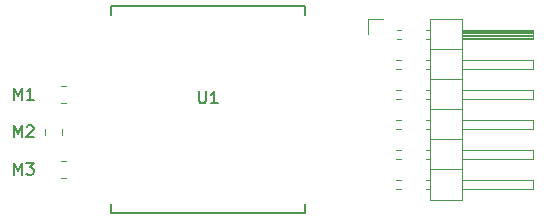
<source format=gbr>
%TF.GenerationSoftware,KiCad,Pcbnew,7.0.10*%
%TF.CreationDate,2024-01-17T20:15:58+01:00*%
%TF.ProjectId,RA01_868,52413031-5f38-4363-982e-6b696361645f,rev?*%
%TF.SameCoordinates,Original*%
%TF.FileFunction,Legend,Top*%
%TF.FilePolarity,Positive*%
%FSLAX46Y46*%
G04 Gerber Fmt 4.6, Leading zero omitted, Abs format (unit mm)*
G04 Created by KiCad (PCBNEW 7.0.10) date 2024-01-17 20:15:58*
%MOMM*%
%LPD*%
G01*
G04 APERTURE LIST*
%ADD10C,0.150000*%
%ADD11C,0.120000*%
G04 APERTURE END LIST*
D10*
X134238095Y-47999819D02*
X134238095Y-48809342D01*
X134238095Y-48809342D02*
X134285714Y-48904580D01*
X134285714Y-48904580D02*
X134333333Y-48952200D01*
X134333333Y-48952200D02*
X134428571Y-48999819D01*
X134428571Y-48999819D02*
X134619047Y-48999819D01*
X134619047Y-48999819D02*
X134714285Y-48952200D01*
X134714285Y-48952200D02*
X134761904Y-48904580D01*
X134761904Y-48904580D02*
X134809523Y-48809342D01*
X134809523Y-48809342D02*
X134809523Y-47999819D01*
X135809523Y-48999819D02*
X135238095Y-48999819D01*
X135523809Y-48999819D02*
X135523809Y-47999819D01*
X135523809Y-47999819D02*
X135428571Y-48142676D01*
X135428571Y-48142676D02*
X135333333Y-48237914D01*
X135333333Y-48237914D02*
X135238095Y-48285533D01*
X118570476Y-55064819D02*
X118570476Y-54064819D01*
X118570476Y-54064819D02*
X118903809Y-54779104D01*
X118903809Y-54779104D02*
X119237142Y-54064819D01*
X119237142Y-54064819D02*
X119237142Y-55064819D01*
X119618095Y-54064819D02*
X120237142Y-54064819D01*
X120237142Y-54064819D02*
X119903809Y-54445771D01*
X119903809Y-54445771D02*
X120046666Y-54445771D01*
X120046666Y-54445771D02*
X120141904Y-54493390D01*
X120141904Y-54493390D02*
X120189523Y-54541009D01*
X120189523Y-54541009D02*
X120237142Y-54636247D01*
X120237142Y-54636247D02*
X120237142Y-54874342D01*
X120237142Y-54874342D02*
X120189523Y-54969580D01*
X120189523Y-54969580D02*
X120141904Y-55017200D01*
X120141904Y-55017200D02*
X120046666Y-55064819D01*
X120046666Y-55064819D02*
X119760952Y-55064819D01*
X119760952Y-55064819D02*
X119665714Y-55017200D01*
X119665714Y-55017200D02*
X119618095Y-54969580D01*
X118570476Y-48714819D02*
X118570476Y-47714819D01*
X118570476Y-47714819D02*
X118903809Y-48429104D01*
X118903809Y-48429104D02*
X119237142Y-47714819D01*
X119237142Y-47714819D02*
X119237142Y-48714819D01*
X120237142Y-48714819D02*
X119665714Y-48714819D01*
X119951428Y-48714819D02*
X119951428Y-47714819D01*
X119951428Y-47714819D02*
X119856190Y-47857676D01*
X119856190Y-47857676D02*
X119760952Y-47952914D01*
X119760952Y-47952914D02*
X119665714Y-48000533D01*
X118570476Y-51889819D02*
X118570476Y-50889819D01*
X118570476Y-50889819D02*
X118903809Y-51604104D01*
X118903809Y-51604104D02*
X119237142Y-50889819D01*
X119237142Y-50889819D02*
X119237142Y-51889819D01*
X119665714Y-50985057D02*
X119713333Y-50937438D01*
X119713333Y-50937438D02*
X119808571Y-50889819D01*
X119808571Y-50889819D02*
X120046666Y-50889819D01*
X120046666Y-50889819D02*
X120141904Y-50937438D01*
X120141904Y-50937438D02*
X120189523Y-50985057D01*
X120189523Y-50985057D02*
X120237142Y-51080295D01*
X120237142Y-51080295D02*
X120237142Y-51175533D01*
X120237142Y-51175533D02*
X120189523Y-51318390D01*
X120189523Y-51318390D02*
X119618095Y-51889819D01*
X119618095Y-51889819D02*
X120237142Y-51889819D01*
%TO.C,U1*%
X126750000Y-41545000D02*
X126750000Y-40795000D01*
X143250000Y-58295000D02*
X143250000Y-57545000D01*
X126750000Y-57545000D02*
X126750000Y-58295000D01*
X126750000Y-58295000D02*
X143250000Y-58295000D01*
X143250000Y-40795000D02*
X143250000Y-41545000D01*
X126750000Y-40795000D02*
X143250000Y-40795000D01*
D11*
%TO.C,J1*%
X148590000Y-41910000D02*
X149860000Y-41910000D01*
X148590000Y-43180000D02*
X148590000Y-41910000D01*
X150902929Y-45340000D02*
X151357071Y-45340000D01*
X150902929Y-46100000D02*
X151357071Y-46100000D01*
X150902929Y-47880000D02*
X151357071Y-47880000D01*
X150902929Y-48640000D02*
X151357071Y-48640000D01*
X150902929Y-50420000D02*
X151357071Y-50420000D01*
X150902929Y-51180000D02*
X151357071Y-51180000D01*
X150902929Y-52960000D02*
X151357071Y-52960000D01*
X150902929Y-53720000D02*
X151357071Y-53720000D01*
X150902929Y-55500000D02*
X151357071Y-55500000D01*
X150902929Y-56260000D02*
X151357071Y-56260000D01*
X150970000Y-42800000D02*
X151357071Y-42800000D01*
X150970000Y-43560000D02*
X151357071Y-43560000D01*
X153442929Y-42800000D02*
X153840000Y-42800000D01*
X153442929Y-43560000D02*
X153840000Y-43560000D01*
X153442929Y-45340000D02*
X153840000Y-45340000D01*
X153442929Y-46100000D02*
X153840000Y-46100000D01*
X153442929Y-47880000D02*
X153840000Y-47880000D01*
X153442929Y-48640000D02*
X153840000Y-48640000D01*
X153442929Y-50420000D02*
X153840000Y-50420000D01*
X153442929Y-51180000D02*
X153840000Y-51180000D01*
X153442929Y-52960000D02*
X153840000Y-52960000D01*
X153442929Y-53720000D02*
X153840000Y-53720000D01*
X153442929Y-55500000D02*
X153840000Y-55500000D01*
X153442929Y-56260000D02*
X153840000Y-56260000D01*
X153840000Y-41850000D02*
X153840000Y-57210000D01*
X153840000Y-44450000D02*
X156500000Y-44450000D01*
X153840000Y-46990000D02*
X156500000Y-46990000D01*
X153840000Y-49530000D02*
X156500000Y-49530000D01*
X153840000Y-52070000D02*
X156500000Y-52070000D01*
X153840000Y-54610000D02*
X156500000Y-54610000D01*
X153840000Y-57210000D02*
X156500000Y-57210000D01*
X156500000Y-41850000D02*
X153840000Y-41850000D01*
X156500000Y-42800000D02*
X162500000Y-42800000D01*
X156500000Y-42860000D02*
X162500000Y-42860000D01*
X156500000Y-42980000D02*
X162500000Y-42980000D01*
X156500000Y-43100000D02*
X162500000Y-43100000D01*
X156500000Y-43220000D02*
X162500000Y-43220000D01*
X156500000Y-43340000D02*
X162500000Y-43340000D01*
X156500000Y-43460000D02*
X162500000Y-43460000D01*
X156500000Y-45340000D02*
X162500000Y-45340000D01*
X156500000Y-47880000D02*
X162500000Y-47880000D01*
X156500000Y-50420000D02*
X162500000Y-50420000D01*
X156500000Y-52960000D02*
X162500000Y-52960000D01*
X156500000Y-55500000D02*
X162500000Y-55500000D01*
X156500000Y-57210000D02*
X156500000Y-41850000D01*
X162500000Y-42800000D02*
X162500000Y-43560000D01*
X162500000Y-43560000D02*
X156500000Y-43560000D01*
X162500000Y-45340000D02*
X162500000Y-46100000D01*
X162500000Y-46100000D02*
X156500000Y-46100000D01*
X162500000Y-47880000D02*
X162500000Y-48640000D01*
X162500000Y-48640000D02*
X156500000Y-48640000D01*
X162500000Y-50420000D02*
X162500000Y-51180000D01*
X162500000Y-51180000D02*
X156500000Y-51180000D01*
X162500000Y-52960000D02*
X162500000Y-53720000D01*
X162500000Y-53720000D02*
X156500000Y-53720000D01*
X162500000Y-55500000D02*
X162500000Y-56260000D01*
X162500000Y-56260000D02*
X156500000Y-56260000D01*
%TO.C,M3*%
X122517936Y-53875000D02*
X122972064Y-53875000D01*
X122517936Y-55345000D02*
X122972064Y-55345000D01*
%TO.C,M1*%
X122517936Y-47525000D02*
X122972064Y-47525000D01*
X122517936Y-48995000D02*
X122972064Y-48995000D01*
%TO.C,M2*%
X122655000Y-51207936D02*
X122655000Y-51662064D01*
X121185000Y-51207936D02*
X121185000Y-51662064D01*
%TD*%
M02*

</source>
